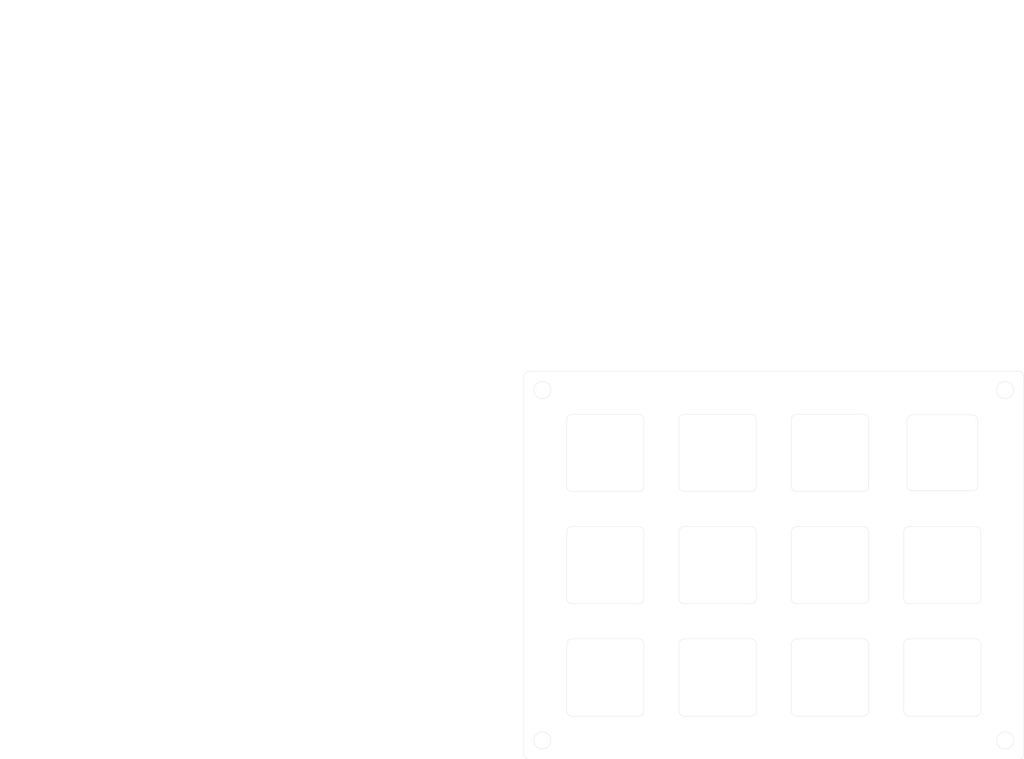
<source format=kicad_pcb>
(kicad_pcb (version 20221018) (generator pcbnew)

  (general
    (thickness 1.6)
  )

  (paper "A4")
  (title_block
    (title "PCBA")
    (date "2023-10-19")
    (rev "1.0")
    (company "Kallio Designs Oy")
    (comment 1 "Teemu Latonen")
    (comment 2 "ASSEMBLY_PN")
    (comment 3 "PCB_PN")
  )

  (layers
    (0 "F.Cu" signal)
    (31 "B.Cu" signal)
    (32 "B.Adhes" user "B.Adhesive")
    (33 "F.Adhes" user "F.Adhesive")
    (34 "B.Paste" user)
    (35 "F.Paste" user)
    (36 "B.SilkS" user "B.Silkscreen")
    (37 "F.SilkS" user "F.Silkscreen")
    (38 "B.Mask" user)
    (39 "F.Mask" user)
    (40 "Dwgs.User" user "User.Drawings")
    (41 "Cmts.User" user "User.Comments")
    (42 "Eco1.User" user "User.Eco1")
    (43 "Eco2.User" user "User.Eco2")
    (44 "Edge.Cuts" user)
    (45 "Margin" user)
    (46 "B.CrtYd" user "B.Courtyard")
    (47 "F.CrtYd" user "F.Courtyard")
    (48 "B.Fab" user)
    (49 "F.Fab" user)
  )

  (setup
    (stackup
      (layer "F.SilkS" (type "Top Silk Screen") (color "White"))
      (layer "F.Paste" (type "Top Solder Paste"))
      (layer "F.Mask" (type "Top Solder Mask") (color "Black") (thickness 0.01))
      (layer "F.Cu" (type "copper") (thickness 0.035))
      (layer "dielectric 1" (type "core") (color "Aluminum") (thickness 1.51) (material "Al") (epsilon_r 8.7) (loss_tangent 0.001))
      (layer "B.Cu" (type "copper") (thickness 0.035))
      (layer "B.Mask" (type "Bottom Solder Mask") (color "Black") (thickness 0.01))
      (layer "B.Paste" (type "Bottom Solder Paste"))
      (layer "B.SilkS" (type "Bottom Silk Screen") (color "White"))
      (copper_finish "None")
      (dielectric_constraints no)
    )
    (pad_to_mask_clearance 0)
    (grid_origin 0 210)
    (pcbplotparams
      (layerselection 0x00310fc_ffffffff)
      (plot_on_all_layers_selection 0x0000000_00000000)
      (disableapertmacros true)
      (usegerberextensions true)
      (usegerberattributes false)
      (usegerberadvancedattributes true)
      (creategerberjobfile true)
      (dashed_line_dash_ratio 12.000000)
      (dashed_line_gap_ratio 3.000000)
      (svgprecision 6)
      (plotframeref false)
      (viasonmask false)
      (mode 1)
      (useauxorigin false)
      (hpglpennumber 1)
      (hpglpenspeed 20)
      (hpglpendiameter 15.000000)
      (dxfpolygonmode true)
      (dxfimperialunits true)
      (dxfusepcbnewfont true)
      (psnegative false)
      (psa4output false)
      (plotreference true)
      (plotvalue false)
      (plotinvisibletext false)
      (sketchpadsonfab false)
      (subtractmaskfromsilk false)
      (outputformat 1)
      (mirror false)
      (drillshape 0)
      (scaleselection 1)
      (outputdirectory "./MFG")
    )
  )

  (net 0 "")

  (gr_line (start 195.542893 145.057107) (end 195.542893 74.557107)
    (stroke (width 0.05) (type solid)) (layer "Edge.Cuts") (tstamp 00956ae9-2571-488b-88cc-3b58ba2af31e))
  (gr_line (start 123.517893 102.576607) (end 111.067893 102.576607)
    (stroke (width 0.05) (type solid)) (layer "Edge.Cuts") (tstamp 05b0a2e4-f0ca-42f4-91ea-b9746e75f765))
  (gr_line (start 187.517893 137.026607) (end 187.517893 124.576607)
    (stroke (width 0.05) (type solid)) (layer "Edge.Cuts") (tstamp 086d66d2-6a89-42a4-811f-94a2b2c7ba17))
  (gr_circle (center 105.542893 142.557107) (end 103.942893 142.557107)
    (stroke (width 0.05) (type solid)) (fill none) (layer "Edge.Cuts") (tstamp 08ec5828-a34c-4307-82f9-9ac641ca87bf))
  (gr_line (start 153.067893 138.026607) (end 165.517893 138.026607)
    (stroke (width 0.05) (type solid)) (layer "Edge.Cuts") (tstamp 091097fb-5233-4f42-bb5c-8cbfbc2bbe8d))
  (gr_arc (start 152.067893 103.576607) (mid 152.360786 102.8695) (end 153.067893 102.576607)
    (stroke (width 0.05) (type solid)) (layer "Edge.Cuts") (tstamp 0bfd55b9-e0d8-476d-8b35-5fe63bfca204))
  (gr_line (start 144.517893 123.576607) (end 132.067893 123.576607)
    (stroke (width 0.05) (type solid)) (layer "Edge.Cuts") (tstamp 0e5aa7e3-3a12-4263-9575-6f5d0bbe8eac))
  (gr_arc (start 111.067893 96.026607) (mid 110.360786 95.733714) (end 110.067893 95.026607)
    (stroke (width 0.05) (type solid)) (layer "Edge.Cuts") (tstamp 15dde0e6-b7ee-4ed8-a3e8-dd00a8fe30ac))
  (gr_line (start 111.067893 96.026607) (end 123.517893 96.026607)
    (stroke (width 0.05) (type solid)) (layer "Edge.Cuts") (tstamp 16315ad5-9500-496f-857e-504e035052ba))
  (gr_arc (start 123.517893 81.576607) (mid 124.225 81.8695) (end 124.517893 82.576607)
    (stroke (width 0.05) (type solid)) (layer "Edge.Cuts") (tstamp 244decb4-68f5-4035-aada-9556cc8fafbb))
  (gr_arc (start 124.517893 116.026607) (mid 124.225 116.733714) (end 123.517893 117.026607)
    (stroke (width 0.05) (type solid)) (layer "Edge.Cuts") (tstamp 25546fcf-af32-4694-a003-8f48366be9c0))
  (gr_arc (start 132.067893 96.026607) (mid 131.360786 95.733714) (end 131.067893 95.026607)
    (stroke (width 0.05) (type solid)) (layer "Edge.Cuts") (tstamp 261cbbc8-dd7a-4042-9a94-8e79167a8c7b))
  (gr_line (start 145.517893 137.026607) (end 145.517893 124.576607)
    (stroke (width 0.05) (type solid)) (layer "Edge.Cuts") (tstamp 2903ce66-79c7-43ae-86eb-bc833ce6e936))
  (gr_line (start 152.067893 124.576607) (end 152.067893 137.026607)
    (stroke (width 0.05) (type solid)) (layer "Edge.Cuts") (tstamp 294d6646-6134-49c7-b0d8-85916f488bda))
  (gr_arc (start 145.517893 116.026607) (mid 145.225 116.733714) (end 144.517893 117.026607)
    (stroke (width 0.05) (type solid)) (layer "Edge.Cuts") (tstamp 2bd96e48-64b6-4a3e-966a-27577e0bf173))
  (gr_line (start 152.067893 82.576607) (end 152.067893 95.026607)
    (stroke (width 0.05) (type solid)) (layer "Edge.Cuts") (tstamp 2ef2a542-ab00-4207-a18f-34cb270a6eef))
  (gr_line (start 187.517893 116.026607) (end 187.517893 103.576607)
    (stroke (width 0.05) (type solid)) (layer "Edge.Cuts") (tstamp 3114e511-cc7c-459b-8a88-4e6c40641933))
  (gr_line (start 123.517893 123.576607) (end 111.067893 123.576607)
    (stroke (width 0.05) (type solid)) (layer "Edge.Cuts") (tstamp 34777987-fa84-4ef6-9190-311046d4ca68))
  (gr_arc (start 187.517893 116.026607) (mid 187.225 116.733714) (end 186.517893 117.026607)
    (stroke (width 0.05) (type solid)) (layer "Edge.Cuts") (tstamp 35399609-ea4b-43f8-91f4-afb543673b0a))
  (gr_line (start 186.517893 123.576607) (end 174.067893 123.576607)
    (stroke (width 0.05) (type solid)) (layer "Edge.Cuts") (tstamp 3b9f0279-8e5d-473e-9b36-34593191f046))
  (gr_circle (center 192.042893 77.057107) (end 190.442893 77.057107)
    (stroke (width 0.05) (type solid)) (fill none) (layer "Edge.Cuts") (tstamp 4117796b-641c-4c01-9937-2a0d0786b803))
  (gr_line (start 194.542893 73.557107) (end 103.042893 73.557107)
    (stroke (width 0.05) (type solid)) (layer "Edge.Cuts") (tstamp 45554b19-fc06-4008-84c9-a7422cafb8ff))
  (gr_line (start 145.517893 116.026607) (end 145.517893 103.576607)
    (stroke (width 0.05) (type solid)) (layer "Edge.Cuts") (tstamp 458ed815-5b26-45bd-bdaf-798ccad8b731))
  (gr_arc (start 124.517893 95.026607) (mid 124.225 95.733714) (end 123.517893 96.026607)
    (stroke (width 0.05) (type solid)) (layer "Edge.Cuts") (tstamp 4a0e2157-b285-4b03-a617-1874b54862ae))
  (gr_line (start 166.517893 95.026607) (end 166.517893 82.576607)
    (stroke (width 0.05) (type solid)) (layer "Edge.Cuts") (tstamp 4a7b3e22-e759-45a6-bc12-e60b63e76e43))
  (gr_arc (start 131.067893 82.576607) (mid 131.360786 81.8695) (end 132.067893 81.576607)
    (stroke (width 0.05) (type solid)) (layer "Edge.Cuts") (tstamp 513dea70-42e3-4884-9618-afab13affd41))
  (gr_arc (start 131.067893 103.576607) (mid 131.360786 102.8695) (end 132.067893 102.576607)
    (stroke (width 0.05) (type solid)) (layer "Edge.Cuts") (tstamp 51b43a0c-22ab-422a-b630-78900a3fea80))
  (gr_arc (start 165.517893 81.576607) (mid 166.225 81.8695) (end 166.517893 82.576607)
    (stroke (width 0.05) (type solid)) (layer "Edge.Cuts") (tstamp 528e9a03-e0d2-4398-98e1-04b66e83a046))
  (gr_line (start 124.517893 95.026607) (end 124.517893 82.576607)
    (stroke (width 0.05) (type solid)) (layer "Edge.Cuts") (tstamp 53a4af66-5b38-4eae-b9cf-8471b5986ec6))
  (gr_arc (start 124.517893 137.026607) (mid 124.225 137.733714) (end 123.517893 138.026607)
    (stroke (width 0.05) (type solid)) (layer "Edge.Cuts") (tstamp 5c35c87d-bc91-41d0-92ba-3a75fa385078))
  (gr_line (start 110.067893 124.576607) (end 110.067893 137.026607)
    (stroke (width 0.05) (type solid)) (layer "Edge.Cuts") (tstamp 5f8c1f61-dbdd-4838-941a-1fcf25cbc15b))
  (gr_arc (start 186.517893 123.576607) (mid 187.225 123.8695) (end 187.517893 124.576607)
    (stroke (width 0.05) (type solid)) (layer "Edge.Cuts") (tstamp 60a5b848-d41a-4f17-950c-7f5f1322e058))
  (gr_arc (start 131.067893 124.576607) (mid 131.360786 123.8695) (end 132.067893 123.576607)
    (stroke (width 0.05) (type solid)) (layer "Edge.Cuts") (tstamp 61f96d62-69d1-4a62-ad75-7ca8b542ca63))
  (gr_arc (start 187.517893 137.026607) (mid 187.225 137.733714) (end 186.517893 138.026607)
    (stroke (width 0.05) (type solid)) (layer "Edge.Cuts") (tstamp 62b1db1c-8ddf-41fd-b4e4-76436854eca7))
  (gr_circle (center 105.542893 77.057107) (end 103.942893 77.057107)
    (stroke (width 0.05) (type solid)) (fill none) (layer "Edge.Cuts") (tstamp 63057524-f1a0-48d9-8d0c-d675c1770190))
  (gr_line (start 124.517893 116.026607) (end 124.517893 103.576607)
    (stroke (width 0.05) (type solid)) (layer "Edge.Cuts") (tstamp 635e17d9-7f86-4924-b8c3-79de84136746))
  (gr_line (start 185.892893 81.707107) (end 174.692893 81.707107)
    (stroke (width 0.05) (type solid)) (layer "Edge.Cuts") (tstamp 6629cae3-779c-4cf6-a17a-7d367a02d028))
  (gr_arc (start 152.067893 82.576607) (mid 152.360786 81.8695) (end 153.067893 81.576607)
    (stroke (width 0.05) (type solid)) (layer "Edge.Cuts") (tstamp 6702085d-3bb9-4e56-b4b7-b8fdeec418a4))
  (gr_line (start 124.517893 137.026607) (end 124.517893 124.576607)
    (stroke (width 0.05) (type solid)) (layer "Edge.Cuts") (tstamp 68be7c75-53eb-46da-94b1-d7cc9f7d8933))
  (gr_line (start 144.517893 102.576607) (end 132.067893 102.576607)
    (stroke (width 0.05) (type solid)) (layer "Edge.Cuts") (tstamp 6b78065b-96c8-4eaa-879c-03c865ecb98c))
  (gr_line (start 173.692893 82.707107) (end 173.692893 94.907107)
    (stroke (width 0.05) (type solid)) (layer "Edge.Cuts") (tstamp 6bfe4826-9c18-4e30-a174-afa1c265eb10))
  (gr_line (start 111.067893 138.026607) (end 123.517893 138.026607)
    (stroke (width 0.05) (type solid)) (layer "Edge.Cuts") (tstamp 72c18d75-a62e-4110-8213-5e2f729f4eea))
  (gr_line (start 131.067893 82.576607) (end 131.067893 95.026607)
    (stroke (width 0.05) (type solid)) (layer "Edge.Cuts") (tstamp 737d60d9-6a57-4fd1-a5df-75e568a6f7a9))
  (gr_arc (start 153.067893 96.026607) (mid 152.360786 95.733714) (end 152.067893 95.026607)
    (stroke (width 0.05) (type solid)) (layer "Edge.Cuts") (tstamp 743994bd-be05-490c-9e3e-7e3143756eb5))
  (gr_circle (center 192.042893 142.557107) (end 190.442893 142.557107)
    (stroke (width 0.05) (type solid)) (fill none) (layer "Edge.Cuts") (tstamp 755def4f-4169-4173-8307-302827d1e9bb))
  (gr_arc (start 186.892893 94.907107) (mid 186.6 95.614214) (end 185.892893 95.907107)
    (stroke (width 0.05) (type solid)) (layer "Edge.Cuts") (tstamp 75bf044e-eb76-4d34-a1cf-cc48646ff170))
  (gr_line (start 152.067893 103.576607) (end 152.067893 116.026607)
    (stroke (width 0.05) (type solid)) (layer "Edge.Cuts") (tstamp 760c072c-5ac1-4930-9b9c-2dca96044448))
  (gr_arc (start 145.517893 137.026607) (mid 145.225 137.733714) (end 144.517893 138.026607)
    (stroke (width 0.05) (type solid)) (layer "Edge.Cuts") (tstamp 7b3688cc-07c6-41f1-bcd7-188ad3a16e96))
  (gr_arc (start 144.517893 102.576607) (mid 145.225 102.8695) (end 145.517893 103.576607)
    (stroke (width 0.05) (type solid)) (layer "Edge.Cuts") (tstamp 7d11f8c4-8070-490e-a91b-fcdcef58f345))
  (gr_line (start 186.517893 102.576607) (end 174.067893 102.576607)
    (stroke (width 0.05) (type solid)) (layer "Edge.Cuts") (tstamp 7e412e89-96bc-4fe4-bb84-62c30a03db23))
  (gr_line (start 165.517893 81.576607) (end 153.067893 81.576607)
    (stroke (width 0.05) (type solid)) (layer "Edge.Cuts") (tstamp 8004f470-7c3b-4088-af15-459d21c5c115))
  (gr_line (start 174.067893 117.026607) (end 186.517893 117.026607)
    (stroke (width 0.05) (type solid)) (layer "Edge.Cuts") (tstamp 83a2e17e-e916-47f7-beda-d141879034b9))
  (gr_arc (start 123.517893 123.576607) (mid 124.225 123.8695) (end 124.517893 124.576607)
    (stroke (width 0.05) (type solid)) (layer "Edge.Cuts") (tstamp 864c7058-d54b-4189-bc47-60a5e5a90390))
  (gr_line (start 166.517893 116.026607) (end 166.517893 103.576607)
    (stroke (width 0.05) (type solid)) (layer "Edge.Cuts") (tstamp 886f86d5-22aa-4516-863f-4f7d06a2a8a6))
  (gr_line (start 165.517893 123.576607) (end 153.067893 123.576607)
    (stroke (width 0.05) (type solid)) (layer "Edge.Cuts") (tstamp 8c29c30d-cc34-401d-95b1-1f65d615657b))
  (gr_arc (start 174.692893 95.907107) (mid 173.985786 95.614214) (end 173.692893 94.907107)
    (stroke (width 0.05) (type solid)) (layer "Edge.Cuts") (tstamp 942f23a3-5f9c-497c-a5f3-5013741ccdec))
  (gr_line (start 111.067893 117.026607) (end 123.517893 117.026607)
    (stroke (width 0.05) (type solid)) (layer "Edge.Cuts") (tstamp 95616918-68fd-4a95-8eb6-3c9b4d31a481))
  (gr_line (start 132.067893 117.026607) (end 144.517893 117.026607)
    (stroke (width 0.05) (type solid)) (layer "Edge.Cuts") (tstamp 9624fbc6-777b-4bad-b0c8-321db2c3e1da))
  (gr_line (start 103.042893 146.057107) (end 194.542893 146.057107)
    (stroke (width 0.05) (type solid)) (layer "Edge.Cuts") (tstamp 9b6b21c7-8d4c-442f-a49c-70cf455ad6e2))
  (gr_arc (start 152.067893 124.576607) (mid 152.360786 123.8695) (end 153.067893 123.576607)
    (stroke (width 0.05) (type solid)) (layer "Edge.Cuts") (tstamp 9cca4574-f37c-4776-bebd-8b23153e1e88))
  (gr_arc (start 185.892893 81.707107) (mid 186.6 82) (end 186.892893 82.707107)
    (stroke (width 0.05) (type solid)) (layer "Edge.Cuts") (tstamp 9db283cb-a106-4fe4-9835-b3540ddf2457))
  (gr_arc (start 102.042893 74.557107) (mid 102.335786 73.85) (end 103.042893 73.557107)
    (stroke (width 0.05) (type solid)) (layer "Edge.Cuts") (tstamp 9e99fb28-9322-42ae-a9cf-d63a5b352635))
  (gr_arc (start 144.517893 81.576607) (mid 145.225 81.8695) (end 145.517893 82.576607)
    (stroke (width 0.05) (type solid)) (layer "Edge.Cuts") (tstamp a3b66f10-7442-4dde-a248-75c19813106e))
  (gr_line (start 173.067893 124.576607) (end 173.067893 137.026607)
    (stroke (width 0.05) (type solid)) (layer "Edge.Cuts") (tstamp a557fc41-38eb-4643-b104-4c40ff87b28b))
  (gr_arc (start 132.067893 138.026607) (mid 131.360786 137.733714) (end 131.067893 137.026607)
    (stroke (width 0.05) (type solid)) (layer "Edge.Cuts") (tstamp a6125b50-7424-427c-afa5-d061d4b7350b))
  (gr_arc (start 173.067893 124.576607) (mid 173.360786 123.8695) (end 174.067893 123.576607)
    (stroke (width 0.05) (type solid)) (layer "Edge.Cuts") (tstamp a96bad6a-474a-49f8-9492-84dec559edd5))
  (gr_arc (start 165.517893 123.576607) (mid 166.225 123.8695) (end 166.517893 124.576607)
    (stroke (width 0.05) (type solid)) (layer "Edge.Cuts") (tstamp a9d8ecd4-eafe-4936-ac4d-5a2df2b5206f))
  (gr_arc (start 110.067893 124.576607) (mid 110.360786 123.8695) (end 111.067893 123.576607)
    (stroke (width 0.05) (type solid)) (layer "Edge.Cuts") (tstamp a9d9be3f-4401-41dd-a910-00dee913dfef))
  (gr_line (start 132.067893 96.026607) (end 144.517893 96.026607)
    (stroke (width 0.05) (type solid)) (layer "Edge.Cuts") (tstamp acce4230-75c5-4943-86d6-bdd5176bbb7a))
  (gr_arc (start 145.517893 95.026607) (mid 145.225 95.733714) (end 144.517893 96.026607)
    (stroke (width 0.05) (type solid)) (layer "Edge.Cuts") (tstamp aef5d495-dd90-4489-b16d-174648a0cc98))
  (gr_line (start 131.067893 103.576607) (end 131.067893 116.026607)
    (stroke (width 0.05) (type solid)) (layer "Edge.Cuts") (tstamp b36f4e60-f6c0-4665-8728-cd09ea1d481d))
  (gr_arc (start 110.067893 82.576607) (mid 110.360786 81.8695) (end 111.067893 81.576607)
    (stroke (width 0.05) (type solid)) (layer "Edge.Cuts") (tstamp b42e80b2-65d2-44d2-ba95-321190a5a594))
  (gr_arc (start 103.042893 146.057107) (mid 102.335786 145.764214) (end 102.042893 145.057107)
    (stroke (width 0.05) (type solid)) (layer "Edge.Cuts") (tstamp b887ace7-cfd0-4160-8b8f-7d4913760d93))
  (gr_arc (start 174.067893 138.026607) (mid 173.360786 137.733714) (end 173.067893 137.026607)
    (stroke (width 0.05) (type solid)) (layer "Edge.Cuts") (tstamp bc1346b4-903c-4bf3-b5e1-d984810aad43))
  (gr_arc (start 153.067893 117.026607) (mid 152.360786 116.733714) (end 152.067893 116.026607)
    (stroke (width 0.05) (type solid)) (layer "Edge.Cuts") (tstamp bee72a67-7253-484f-aa2d-410005c95947))
  (gr_arc (start 173.067893 103.576607) (mid 173.360786 102.8695) (end 174.067893 102.576607)
    (stroke (width 0.05) (type solid)) (layer "Edge.Cuts") (tstamp bf6d245f-2940-409c-8cdd-7403e0a7cd94))
  (gr_arc (start 153.067893 138.026607) (mid 152.360786 137.733714) (end 152.067893 137.026607)
    (stroke (width 0.05) (type solid)) (layer "Edge.Cuts") (tstamp c110b7db-7779-4a9c-b81e-0bc908a8343c))
  (gr_arc (start 123.517893 102.576607) (mid 124.225 102.8695) (end 124.517893 103.576607)
    (stroke (width 0.05) (type solid)) (layer "Edge.Cuts") (tstamp c326fcff-ef60-44ac-9c78-77bbb8b5bbb3))
  (gr_line (start 166.517893 137.026607) (end 166.517893 124.576607)
    (stroke (width 0.05) (type solid)) (layer "Edge.Cuts") (tstamp c85348eb-e0b6-42bb-9d8f-5cfc4432f30c))
  (gr_arc (start 173.692893 82.707107) (mid 173.985786 82) (end 174.692893 81.707107)
    (stroke (width 0.05) (type solid)) (layer "Edge.Cuts") (tstamp c99348f9-9438-4946-9b02-07e8f27166ac))
  (gr_line (start 131.067893 124.576607) (end 131.067893 137.026607)
    (stroke (width 0.05) (type solid)) (layer "Edge.Cuts") (tstamp cb5ffa75-bd23-4382-9673-ec1bb2b84ebb))
  (gr_arc (start 195.542893 145.057107) (mid 195.25 145.764214) (end 194.542893 146.057107)
    (stroke (width 0.05) (type solid)) (layer "Edge.Cuts") (tstamp cbd24299-8f7d-490d-bae0-f88b2f0d4255))
  (gr_line (start 174.692893 95.907107) (end 185.892893 95.907107)
    (stroke (width 0.05) (type solid)) (layer "Edge.Cuts") (tstamp cc24cf70-7ff9-4837-9bde-64d36dfea4d4))
  (gr_line (start 153.067893 117.026607) (end 165.517893 117.026607)
    (stroke (width 0.05) (type solid)) (layer "Edge.Cuts") (tstamp ce76f757-bfb2-45ba-910c-8f2c093b46fd))
  (gr_arc (start 166.517893 95.026607) (mid 166.225 95.733714) (end 165.517893 96.026607)
    (stroke (width 0.05) (type solid)) (layer "Edge.Cuts") (tstamp d1591990-560e-4c40-8c3c-6f0b11222511))
  (gr_line (start 144.517893 81.576607) (end 132.067893 81.576607)
    (stroke (width 0.05) (type solid)) (layer "Edge.Cuts") (tstamp d1eddd83-e047-4477-9020-f2013a27a1c0))
  (gr_arc (start 132.067893 117.026607) (mid 131.360786 116.733714) (end 131.067893 116.026607)
    (stroke (width 0.05) (type solid)) (layer "Edge.Cuts") (tstamp d347e45c-cbe3-476f-9ea1-f898bcf00034))
  (gr_line (start 132.067893 138.026607) (end 144.517893 138.026607)
    (stroke (width 0.05) (type solid)) (layer "Edge.Cuts") (tstamp da5be18d-77d5-4ca0-bf78-aa89d5368dec))
  (gr_line (start 102.042893 74.557107) (end 102.042893 145.057107)
    (stroke (width 0.05) (type solid)) (layer "Edge.Cuts") (tstamp dbb13415-3a5a-419c-b67b-45f028dfce55))
  (gr_arc (start 166.517893 116.026607) (mid 166.225 116.733714) (end 165.517893 117.026607)
    (stroke (width 0.05) (type solid)) (layer "Edge.Cuts") (tstamp dd87fd16-4818-4317-b79f-dc0ab54a82a6))
  (gr_arc (start 110.067893 103.576607) (mid 110.360786 102.8695) (end 111.067893 102.576607)
    (stroke (width 0.05) (type solid)) (layer "Edge.Cuts") (tstamp ddd45a50-c619-4550-833b-a01022313023))
  (gr_line (start 173.067893 103.576607) (end 173.067893 116.026607)
    (stroke (width 0.05) (type solid)) (layer "Edge.Cuts") (tstamp e010f976-4e81-4c52-bcc8-7bfd5609fc16))
  (gr_arc (start 194.542893 73.557107) (mid 195.25 73.85) (end 195.542893 74.557107)
    (stroke (width 0.05) (type solid)) (layer "Edge.Cuts") (tstamp e1740f57-071b-4b74-ab5f-e74fbf6e14f2))
  (gr_line (start 123.517893 81.576607) (end 111.067893 81.576607)
    (stroke (width 0.05) (type solid)) (layer "Edge.Cuts") (tstamp e51010d2-cc70-4c94-a5aa-d6786ed54039))
  (gr_arc (start 174.067893 117.026607) (mid 173.360786 116.733714) (end 173.067893 116.026607)
    (stroke (width 0.05) (type solid)) (layer "Edge.Cuts") (tstamp e61611f0-26d6-4e56-b2ed-2a7b55503bb6))
  (gr_line (start 174.067893 138.026607) (end 186.517893 138.026607)
    (stroke (width 0.05) (type solid)) (layer "Edge.Cuts") (tstamp e72e47d9-9129-4aa2-a371-30d981e234fa))
  (gr_arc (start 186.517893 102.576607) (mid 187.225 102.8695) (end 187.517893 103.576607)
    (stroke (width 0.05) (type solid)) (layer "Edge.Cuts") (tstamp ea1da191-6424-4a76-bd37-d767607c5586))
  (gr_arc (start 166.517893 137.026607) (mid 166.225 137.733714) (end 165.517893 138.026607)
    (stroke (width 0.05) (type solid)) (layer "Edge.Cuts") (tstamp ec78c174-2c6d-484b-9e61-f87f4d0c0c23))
  (gr_arc (start 165.517893 102.576607) (mid 166.225 102.8695) (end 166.517893 103.576607)
    (stroke (width 0.05) (type solid)) (layer "Edge.Cuts") (tstamp ef46ba99-2285-423d-836d-f686a3861807))
  (gr_line (start 153.067893 96.026607) (end 165.517893 96.026607)
    (stroke (width 0.05) (type solid)) (layer "Edge.Cuts") (tstamp f12ed84e-28d6-454a-8792-eda875f92fff))
  (gr_arc (start 144.517893 123.576607) (mid 145.225 123.8695) (end 145.517893 124.576607)
    (stroke (width 0.05) (type solid)) (layer "Edge.Cuts") (tstamp f164b13b-6371-406d-a13c-a29889186bcf))
  (gr_arc (start 111.067893 117.026607) (mid 110.360786 116.733714) (end 110.067893 116.026607)
    (stroke (width 0.05) (type solid)) (layer "Edge.Cuts") (tstamp f1bb66ee-233d-4054-9eb2-492522c43388))
  (gr_line (start 165.517893 102.576607) (end 153.067893 102.576607)
    (stroke (width 0.05) (type solid)) (layer "Edge.Cuts") (tstamp f4e986d3-3ada-4801-a7bd-d6bdc8f47aae))
  (gr_line (start 110.067893 82.576607) (end 110.067893 95.026607)
    (stroke (width 0.05) (type solid)) (layer "Edge.Cuts") (tstamp f5be64b9-a061-4b62-8f7a-c13eef156ec2))
  (gr_line (start 186.892893 94.907107) (end 186.892893 82.707107)
    (stroke (width 0.05) (type solid)) (layer "Edge.Cuts") (tstamp f5ce33b6-4e10-4b73-b20e-72e596f778a7))
  (gr_line (start 145.517893 95.026607) (end 145.517893 82.576607)
    (stroke (width 0.05) (type solid)) (layer "Edge.Cuts") (tstamp f8710612-b7db-4e4c-b486-b5019e9f5570))
  (gr_line (start 110.067893 103.576607) (end 110.067893 116.026607)
    (stroke (width 0.05) (type solid)) (layer "Edge.Cuts") (tstamp f96b679e-73cf-4cfc-9902-8eaada170859))
  (gr_arc (start 111.067893 138.026607) (mid 110.360786 137.733714) (end 110.067893 137.026607)
    (stroke (width 0.05) (type solid)) (layer "Edge.Cuts") (tstamp ffc0c19f-e1d5-4822-9d1e-cef9fd0a3bbe))
  (gr_line (start 4.2 10.2) (end 62.2 10.2)
    (stroke (width 0.1) (type solid)) (layer "F.Fab") (tstamp 00e38d63-5436-49db-81f5-697421f168fc))
  (gr_rect (start 18.2 36.2) (end 35.2 38.2)
    (stroke (width 0.1) (type solid)) (fill none) (layer "F.Fab") (tstamp 155b0b7c-70b4-4a26-a550-bac13cab0aa4))
  (gr_line (start 34.2 4.2) (end 34.2 10.2)
    (stroke (width 0.1) (type solid)) (layer "F.Fab") (tstamp 1fa508ef-df83-4c99-846b-9acf535b3ad9))
  (gr_line (start 4.2 6.2) (end 62.2 6.2)
    (stroke (width 0.1) (type solid)) (layer "F.Fab") (tstamp 38a501e2-0ee8-439d-bd02-e9e90e7503e9))
  (gr_rect (start 18.2 33.2) (end 35.2 35.2)
    (stroke (width 0.1) (type solid)) (fill none) (layer "F.Fab") (tstamp 399fc36a-ed5d-44b5-82f7-c6f83d9acc14))
  (gr_line (start 4.2 8.2) (end 62.2 8.2)
    (stroke (width 0.1) (type solid)) (layer "F.Fab") (tstamp 4f411f68-04bd-4175-a406-bcaa4cf6601e))
  (gr_line (start 4.2 12.2) (end 62.2 12.2)
    (stroke (width 0.1) (type solid)) (layer "F.Fab") (tstamp 61fe4c73-be59-4519-98f1-a634322a841d))
  (gr_rect (start 4.2 4.2) (end 62.2 54.2)
    (stroke (width 0.1) (type solid)) (fill none) (layer "F.Fab") (tstamp 699feae1-8cdd-4d2b-947f-f24849c73cdb))
  (gr_rect (start 18.2 24.2) (end 35.2 26.2)
    (stroke (width 0.1) (type solid)) (fill none) (layer "F.Fab") (tstamp 70e4263f-d95a-4431-b3f3-cfc800c82056))
  (gr_rect (start 18.2 42.2) (end 35.2 44.2)
    (stroke (width 0.1) (type solid)) (fill none) (layer "F.Fab") (tstamp c0c2eb8e-f6d1-4506-8e6b-4f995ad74c1f))
  (gr_rect (start 18.2 27.2) (end 35.2 29.2)
    (stroke (width 0.1) (type solid)) (fill none) (layer "F.Fab") (tstamp e5864fe6-2a71-47f0-90ce-38c3f8901580))
  (gr_rect (start 18.2 30.2) (end 35.2 32.2)
    (stroke (width 0.1) (type solid)) (fill none) (layer "F.Fab") (tstamp f9c81c26-f253-4227-a69f-53e64841cfbe))
  (gr_rect (start 18.2 39.2) (end 35.2 41.2)
    (stroke (width 0.1) (type solid)) (fill none) (layer "F.Fab") (tstamp fbe8ebfc-2a8e-4eb8-85c5-38ddeaa5dd00))
  (gr_text "Core 1075 um " (at 19.2 34.2) (layer "F.Fab") (tstamp 026ac84e-b8b2-4dd2-b675-8323c24fd778)
    (effects (font (size 1 1) (thickness 0.15)) (justify left))
  )
  (gr_text "FR4" (at 35.2 9.2) (layer "F.Fab") (tstamp 088f77ba-fca9-42b3-876e-a6937267f957)
    (effects (font (size 1 1) (thickness 0.15)) (justify left))
  )
  (gr_text "(In2) L3" (at 16.7 37.2) (layer "F.Fab") (tstamp 0bcafe80-ffba-4f1e-ae51-95a595b006db)
    (effects (font (size 1 1) (thickness 0.15)) (justify right))
  )
  (gr_text "Final thickness without \nsolder mask 1600 um" (at 38.7 32.2) (layer "F.Fab") (tstamp 26801cfb-b53b-4a6a-a2f4-5f4986565765)
    (effects (font (size 1 1) (thickness 0.15)) (justify left))
  )
  (gr_text "PCB Material" (at 5.2 9.2) (layer "F.Fab") (tstamp 34cdc1c9-c9e2-44c4-9677-c1c7d7efd83d)
    (effects (font (size 1 1) (thickness 0.15)) (justify left))
  )
  (gr_text "Drill tolerances < 1 mm drill" (at 5.2 5.2) (layer "F.Fab") (tstamp 6e435cd4-da2b-4602-a0aa-5dd988834dff)
    (effects (font (size 1 1) (thickness 0.15)) (justify left))
  )
  (gr_text "Keep distance between \nL1 and L2 at 210 um for\ndifferential pairs" (at 38.7 26.2) (layer "F.Fab") (tstamp 6f675e5f-8fe6-4148-baf1-da97afc770f8)
    (effects (font (size 1 1) (thickness 0.15)) (justify left))
  )
  (gr_text "(F) L1" (at 16.7 25.2) (layer "F.Fab") (tstamp 6f80f798-dc24-438f-a1eb-4ee2936267c8)
    (effects (font (size 1 1) (thickness 0.15)) (justify right))
  )
  (gr_text "(In1) L2" (at 16.7 31.2) (layer "F.Fab") (tstamp 71989e06-8659-4605-b2da-4f729cc41263)
    (effects (font (size 1 1) (thickness 0.15)) (justify right))
  )
  (gr_text "Pre-Preg 210 um" (at 19.2 28.2) (layer "F.Fab") (tstamp 8fc062a7-114d-48eb-a8f8-71128838f380)
    (effects (font (size 1 1) (thickness 0.15)) (justify left))
  )
  (gr_text "PCB Stack-up" (at 5.2 11.2) (layer "F.Fab") (tstamp 917920ab-0c6e-4927-974d-ef342cdd4f63)
    (effects (font (size 1 1) (thickness 0.15)) (justify left))
  )
  (gr_text "Drill tolerances > 1 mm drill" (at 5.2 7.2) (layer "F.Fab") (tstamp 9a0b74a5-4879-4b51-8e8e-6d85a0107422)
    (effects (font (size 1 1) (thickness 0.15)) (justify left))
  )
  (gr_text "Copper 18 um" (at 19.2 37.2) (layer "F.Fab") (tstamp aa79024d-ca7e-4c24-b127-7df08bbd0c75)
    (effects (font (size 1 1) (thickness 0.15)) (justify left))
  )
  (gr_text "+- 10 %" (at 35.2 7.2) (layer "F.Fab") (tstamp c49d23ab-146d-4089-864f-2d22b5b414b9)
    (effects (font (size 1 1) (thickness 0.15)) (justify left))
  )
  (gr_text "+- 0.1 mm" (at 35.2 5.2) (layer "F.Fab") (tstamp c7af8405-da2e-4a34-b9b8-518f342f8995)
    (effects (font (size 1 1) (thickness 0.15)) (justify left))
  )
  (gr_text "Pre-Preg 210 um" (at 19.2 40.2) (layer "F.Fab") (tstamp d69a5fdf-de15-4ec9-94f6-f9ee2f4b69fa)
    (effects (font (size 1 1) (thickness 0.15)) (justify left))
  )
  (gr_text "Copper 35 um" (at 19.2 43.2) (layer "F.Fab") (tstamp da25bf79-0abb-4fac-a221-ca5c574dfc29)
    (effects (font (size 1 1) (thickness 0.15)) (justify left))
  )
  (gr_text "(B) L4" (at 16.7 43.2) (layer "F.Fab") (tstamp eae14f5f-515c-4a6f-ad0e-e8ef233d14bf)
    (effects (font (size 1 1) (thickness 0.15)) (justify right))
  )
  (gr_text "Copper 18 um" (at 19.2 31.2) (layer "F.Fab") (tstamp f66398f1-1ae7-4d4d-939f-958c174c6bce)
    (effects (font (size 1 1) (thickness 0.15)) (justify left))
  )
  (gr_text "Copper 35 um" (at 19.2 25.2) (layer "F.Fab") (tstamp f78e02cd-9600-4173-be8d-67e530b5d19f)
    (effects (font (size 1 1) (thickness 0.15)) (justify left))
  )

  (group "" (id 10e3a4f9-ccfa-446f-87dc-c263ec8fd418)
    (members
      00956ae9-2571-488b-88cc-3b58ba2af31e
      05b0a2e4-f0ca-42f4-91ea-b9746e75f765
      086d66d2-6a89-42a4-811f-94a2b2c7ba17
      08ec5828-a34c-4307-82f9-9ac641ca87bf
      091097fb-5233-4f42-bb5c-8cbfbc2bbe8d
      0bfd55b9-e0d8-476d-8b35-5fe63bfca204
      0e5aa7e3-3a12-4263-9575-6f5d0bbe8eac
      15dde0e6-b7ee-4ed8-a3e8-dd00a8fe30ac
      16315ad5-9500-496f-857e-504e035052ba
      244decb4-68f5-4035-aada-9556cc8fafbb
      25546fcf-af32-4694-a003-8f48366be9c0
      261cbbc8-dd7a-4042-9a94-8e79167a8c7b
      2903ce66-79c7-43ae-86eb-bc833ce6e936
      294d6646-6134-49c7-b0d8-85916f488bda
      2bd96e48-64b6-4a3e-966a-27577e0bf173
      2ef2a542-ab00-4207-a18f-34cb270a6eef
      3114e511-cc7c-459b-8a88-4e6c40641933
      34777987-fa84-4ef6-9190-311046d4ca68
      35399609-ea4b-43f8-91f4-afb543673b0a
      3b9f0279-8e5d-473e-9b36-34593191f046
      4117796b-641c-4c01-9937-2a0d0786b803
      45554b19-fc06-4008-84c9-a7422cafb8ff
      458ed815-5b26-45bd-bdaf-798ccad8b731
      4a0e2157-b285-4b03-a617-1874b54862ae
      4a7b3e22-e759-45a6-bc12-e60b63e76e43
      513dea70-42e3-4884-9618-afab13affd41
      51b43a0c-22ab-422a-b630-78900a3fea80
      528e9a03-e0d2-4398-98e1-04b66e83a046
      53a4af66-5b38-4eae-b9cf-8471b5986ec6
      5c35c87d-bc91-41d0-92ba-3a75fa385078
      5f8c1f61-dbdd-4838-941a-1fcf25cbc15b
      60a5b848-d41a-4f17-950c-7f5f1322e058
      61f96d62-69d1-4a62-ad75-7ca8b542ca63
      62b1db1c-8ddf-41fd-b4e4-76436854eca7
      63057524-f1a0-48d9-8d0c-d675c1770190
      635e17d9-7f86-4924-b8c3-79de84136746
      6629cae3-779c-4cf6-a17a-7d367a02d028
      6702085d-3bb9-4e56-b4b7-b8fdeec418a4
      68be7c75-53eb-46da-94b1-d7cc9f7d8933
      6b78065b-96c8-4eaa-879c-03c865ecb98c
      6bfe4826-9c18-4e30-a174-afa1c265eb10
      72c18d75-a62e-4110-8213-5e2f729f4eea
      737d60d9-6a57-4fd1-a5df-75e568a6f7a9
      743994bd-be05-490c-9e3e-7e3143756eb5
      755def4f-4169-4173-8307-302827d1e9bb
      75bf044e-eb76-4d34-a1cf-cc48646ff170
      760c072c-5ac1-4930-9b9c-2dca96044448
      7b3688cc-07c6-41f1-bcd7-188ad3a16e96
      7d11f8c4-8070-490e-a91b-fcdcef58f345
      7e412e89-96bc-4fe4-bb84-62c30a03db23
      8004f470-7c3b-4088-af15-459d21c5c115
      83a2e17e-e916-47f7-beda-d141879034b9
      864c7058-d54b-4189-bc47-60a5e5a90390
      886f86d5-22aa-4516-863f-4f7d06a2a8a6
      8c29c30d-cc34-401d-95b1-1f65d615657b
      942f23a3-5f9c-497c-a5f3-5013741ccdec
      95616918-68fd-4a95-8eb6-3c9b4d31a481
      9624fbc6-777b-4bad-b0c8-321db2c3e1da
      9b6b21c7-8d4c-442f-a49c-70cf455ad6e2
      9cca4574-f37c-4776-bebd-8b23153e1e88
      9db283cb-a106-4fe4-9835-b3540ddf2457
      9e99fb28-9322-42ae-a9cf-d63a5b352635
      a3b66f10-7442-4dde-a248-75c19813106e
      a557fc41-38eb-4643-b104-4c40ff87b28b
      a6125b50-7424-427c-afa5-d061d4b7350b
      a96bad6a-474a-49f8-9492-84dec559edd5
      a9d8ecd4-eafe-4936-ac4d-5a2df2b5206f
      a9d9be3f-4401-41dd-a910-00dee913dfef
      acce4230-75c5-4943-86d6-bdd5176bbb7a
      aef5d495-dd90-4489-b16d-174648a0cc98
      b36f4e60-f6c0-4665-8728-cd09ea1d481d
      b42e80b2-65d2-44d2-ba95-321190a5a594
      b887ace7-cfd0-4160-8b8f-7d4913760d93
      bc1346b4-903c-4bf3-b5e1-d984810aad43
      bee72a67-7253-484f-aa2d-410005c95947
      bf6d245f-2940-409c-8cdd-7403e0a7cd94
      c110b7db-7779-4a9c-b81e-0bc908a8343c
      c326fcff-ef60-44ac-9c78-77bbb8b5bbb3
      c85348eb-e0b6-42bb-9d8f-5cfc4432f30c
      c99348f9-9438-4946-9b02-07e8f27166ac
      cb5ffa75-bd23-4382-9673-ec1bb2b84ebb
      cbd24299-8f7d-490d-bae0-f88b2f0d4255
      cc24cf70-7ff9-4837-9bde-64d36dfea4d4
      ce76f757-bfb2-45ba-910c-8f2c093b46fd
      d1591990-560e-4c40-8c3c-6f0b11222511
      d1eddd83-e047-4477-9020-f2013a27a1c0
      d347e45c-cbe3-476f-9ea1-f898bcf00034
      da5be18d-77d5-4ca0-bf78-aa89d5368dec
      dbb13415-3a5a-419c-b67b-45f028dfce55
      dd87fd16-4818-4317-b79f-dc0ab54a82a6
      ddd45a50-c619-4550-833b-a01022313023
      e010f976-4e81-4c52-bcc8-7bfd5609fc16
      e1740f57-071b-4b74-ab5f-e74fbf6e14f2
      e51010d2-cc70-4c94-a5aa-d6786ed54039
      e61611f0-26d6-4e56-b2ed-2a7b55503bb6
      e72e47d9-9129-4aa2-a371-30d981e234fa
      ea1da191-6424-4a76-bd37-d767607c5586
      ec78c174-2c6d-484b-9e61-f87f4d0c0c23
      ef46ba99-2285-423d-836d-f686a3861807
      f12ed84e-28d6-454a-8792-eda875f92fff
      f164b13b-6371-406d-a13c-a29889186bcf
      f1bb66ee-233d-4054-9eb2-492522c43388
      f4e986d3-3ada-4801-a7bd-d6bdc8f47aae
      f5be64b9-a061-4b62-8f7a-c13eef156ec2
      f5ce33b6-4e10-4b73-b20e-72e596f778a7
      f8710612-b7db-4e4c-b486-b5019e9f5570
      f96b679e-73cf-4cfc-9902-8eaada170859
      ffc0c19f-e1d5-4822-9d1e-cef9fd0a3bbe
    )
  )
)

</source>
